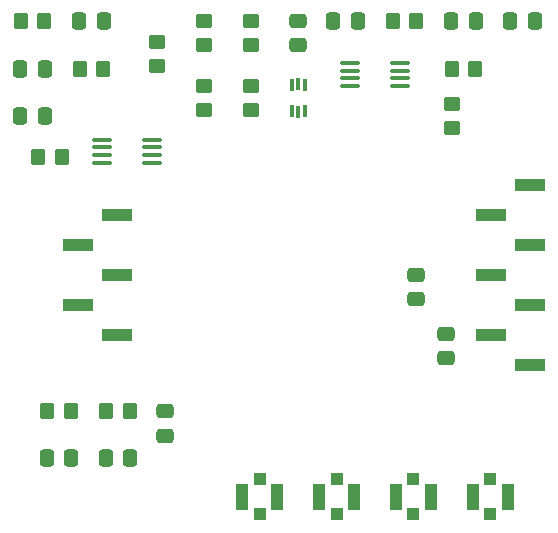
<source format=gbr>
%TF.GenerationSoftware,KiCad,Pcbnew,6.0.6-1.fc36*%
%TF.CreationDate,2022-07-31T18:36:50+02:00*%
%TF.ProjectId,CosmicWatch-ventidue,436f736d-6963-4576-9174-63682d76656e,rev?*%
%TF.SameCoordinates,Original*%
%TF.FileFunction,Paste,Top*%
%TF.FilePolarity,Positive*%
%FSLAX46Y46*%
G04 Gerber Fmt 4.6, Leading zero omitted, Abs format (unit mm)*
G04 Created by KiCad (PCBNEW 6.0.6-1.fc36) date 2022-07-31 18:36:50*
%MOMM*%
%LPD*%
G01*
G04 APERTURE LIST*
G04 Aperture macros list*
%AMRoundRect*
0 Rectangle with rounded corners*
0 $1 Rounding radius*
0 $2 $3 $4 $5 $6 $7 $8 $9 X,Y pos of 4 corners*
0 Add a 4 corners polygon primitive as box body*
4,1,4,$2,$3,$4,$5,$6,$7,$8,$9,$2,$3,0*
0 Add four circle primitives for the rounded corners*
1,1,$1+$1,$2,$3*
1,1,$1+$1,$4,$5*
1,1,$1+$1,$6,$7*
1,1,$1+$1,$8,$9*
0 Add four rect primitives between the rounded corners*
20,1,$1+$1,$2,$3,$4,$5,0*
20,1,$1+$1,$4,$5,$6,$7,0*
20,1,$1+$1,$6,$7,$8,$9,0*
20,1,$1+$1,$8,$9,$2,$3,0*%
G04 Aperture macros list end*
%ADD10RoundRect,0.250000X0.475000X-0.337500X0.475000X0.337500X-0.475000X0.337500X-0.475000X-0.337500X0*%
%ADD11RoundRect,0.250000X-0.475000X0.337500X-0.475000X-0.337500X0.475000X-0.337500X0.475000X0.337500X0*%
%ADD12RoundRect,0.250000X0.450000X-0.350000X0.450000X0.350000X-0.450000X0.350000X-0.450000X-0.350000X0*%
%ADD13RoundRect,0.250000X-0.337500X-0.475000X0.337500X-0.475000X0.337500X0.475000X-0.337500X0.475000X0*%
%ADD14R,2.510000X1.000000*%
%ADD15RoundRect,0.250000X-0.350000X-0.450000X0.350000X-0.450000X0.350000X0.450000X-0.350000X0.450000X0*%
%ADD16RoundRect,0.250000X0.337500X0.475000X-0.337500X0.475000X-0.337500X-0.475000X0.337500X-0.475000X0*%
%ADD17R,1.000000X1.000000*%
%ADD18R,1.050000X2.200000*%
%ADD19RoundRect,0.250000X0.350000X0.450000X-0.350000X0.450000X-0.350000X-0.450000X0.350000X-0.450000X0*%
%ADD20RoundRect,0.250000X-0.450000X0.350000X-0.450000X-0.350000X0.450000X-0.350000X0.450000X0.350000X0*%
%ADD21RoundRect,0.100000X-0.712500X-0.100000X0.712500X-0.100000X0.712500X0.100000X-0.712500X0.100000X0*%
%ADD22R,0.375000X1.025000*%
%ADD23R,0.300000X1.125000*%
%ADD24R,0.375000X1.000000*%
G04 APERTURE END LIST*
D10*
%TO.C,C309*%
X77000000Y-118037500D03*
X77000000Y-115962500D03*
%TD*%
D11*
%TO.C,C312*%
X89500000Y-142462500D03*
X89500000Y-144537500D03*
%TD*%
D12*
%TO.C,R308*%
X73000000Y-118000000D03*
X73000000Y-116000000D03*
%TD*%
%TO.C,R307*%
X69000000Y-118000000D03*
X69000000Y-116000000D03*
%TD*%
D13*
%TO.C,C308*%
X58462500Y-116000000D03*
X60537500Y-116000000D03*
%TD*%
D14*
%TO.C,J102*%
X96655000Y-129880000D03*
X93345000Y-132420000D03*
X96655000Y-134960000D03*
X93345000Y-137500000D03*
X96655000Y-140040000D03*
X93345000Y-142580000D03*
X96655000Y-145120000D03*
%TD*%
D15*
%TO.C,R301*%
X55750000Y-149000000D03*
X57750000Y-149000000D03*
%TD*%
D12*
%TO.C,R309*%
X69000000Y-123500000D03*
X69000000Y-121500000D03*
%TD*%
D11*
%TO.C,C305*%
X65750000Y-149000000D03*
X65750000Y-151075000D03*
%TD*%
D16*
%TO.C,C304*%
X57787500Y-153000000D03*
X55712500Y-153000000D03*
%TD*%
%TO.C,C302*%
X55537500Y-124000000D03*
X53462500Y-124000000D03*
%TD*%
D13*
%TO.C,C306*%
X94962500Y-116000000D03*
X97037500Y-116000000D03*
%TD*%
D14*
%TO.C,J101*%
X61655000Y-132382500D03*
X58345000Y-134922500D03*
X61655000Y-137462500D03*
X58345000Y-140002500D03*
X61655000Y-142542500D03*
%TD*%
D15*
%TO.C,R310*%
X85000000Y-116000000D03*
X87000000Y-116000000D03*
%TD*%
%TO.C,R305*%
X58500000Y-120000000D03*
X60500000Y-120000000D03*
%TD*%
D16*
%TO.C,C301*%
X55537500Y-120000000D03*
X53462500Y-120000000D03*
%TD*%
D17*
%TO.C,J303*%
X93250000Y-154750000D03*
D18*
X91775000Y-156250000D03*
X94725000Y-156250000D03*
D17*
X93250000Y-157750000D03*
%TD*%
%TO.C,J302*%
X73750000Y-154750000D03*
D18*
X72275000Y-156250000D03*
X75225000Y-156250000D03*
D17*
X73750000Y-157750000D03*
%TD*%
D15*
%TO.C,R312*%
X90000000Y-120000000D03*
X92000000Y-120000000D03*
%TD*%
D12*
%TO.C,R311*%
X73000000Y-123500000D03*
X73000000Y-121500000D03*
%TD*%
D19*
%TO.C,R303*%
X57000000Y-127500000D03*
X55000000Y-127500000D03*
%TD*%
D13*
%TO.C,C310*%
X79962500Y-116000000D03*
X82037500Y-116000000D03*
%TD*%
D15*
%TO.C,R302*%
X60750000Y-149000000D03*
X62750000Y-149000000D03*
%TD*%
D13*
%TO.C,C307*%
X89962500Y-116000000D03*
X92037500Y-116000000D03*
%TD*%
D20*
%TO.C,R313*%
X90000000Y-123000000D03*
X90000000Y-125000000D03*
%TD*%
D21*
%TO.C,U301*%
X60387500Y-126025000D03*
X60387500Y-126675000D03*
X60387500Y-127325000D03*
X60387500Y-127975000D03*
X64612500Y-127975000D03*
X64612500Y-127325000D03*
X64612500Y-126675000D03*
X64612500Y-126025000D03*
%TD*%
%TO.C,U302*%
X81387500Y-119525000D03*
X81387500Y-120175000D03*
X81387500Y-120825000D03*
X81387500Y-121475000D03*
X85612500Y-121475000D03*
X85612500Y-120825000D03*
X85612500Y-120175000D03*
X85612500Y-119525000D03*
%TD*%
D17*
%TO.C,J301*%
X80250000Y-154750000D03*
X80250000Y-157750000D03*
D18*
X81725000Y-156250000D03*
X78775000Y-156250000D03*
%TD*%
D17*
%TO.C,J304*%
X86750000Y-154750000D03*
D18*
X88225000Y-156250000D03*
D17*
X86750000Y-157750000D03*
D18*
X85275000Y-156250000D03*
%TD*%
D22*
%TO.C,D302*%
X76462500Y-123612500D03*
D23*
X77000000Y-123662500D03*
D22*
X77537500Y-123612500D03*
D24*
X77537500Y-121400000D03*
D23*
X77000000Y-121337500D03*
D24*
X76462500Y-121400000D03*
%TD*%
D13*
%TO.C,C303*%
X60712500Y-153000000D03*
X62787500Y-153000000D03*
%TD*%
D11*
%TO.C,C311*%
X87000000Y-137462500D03*
X87000000Y-139537500D03*
%TD*%
D12*
%TO.C,R306*%
X65000000Y-119750000D03*
X65000000Y-117750000D03*
%TD*%
D19*
%TO.C,R304*%
X55500000Y-116000000D03*
X53500000Y-116000000D03*
%TD*%
M02*

</source>
